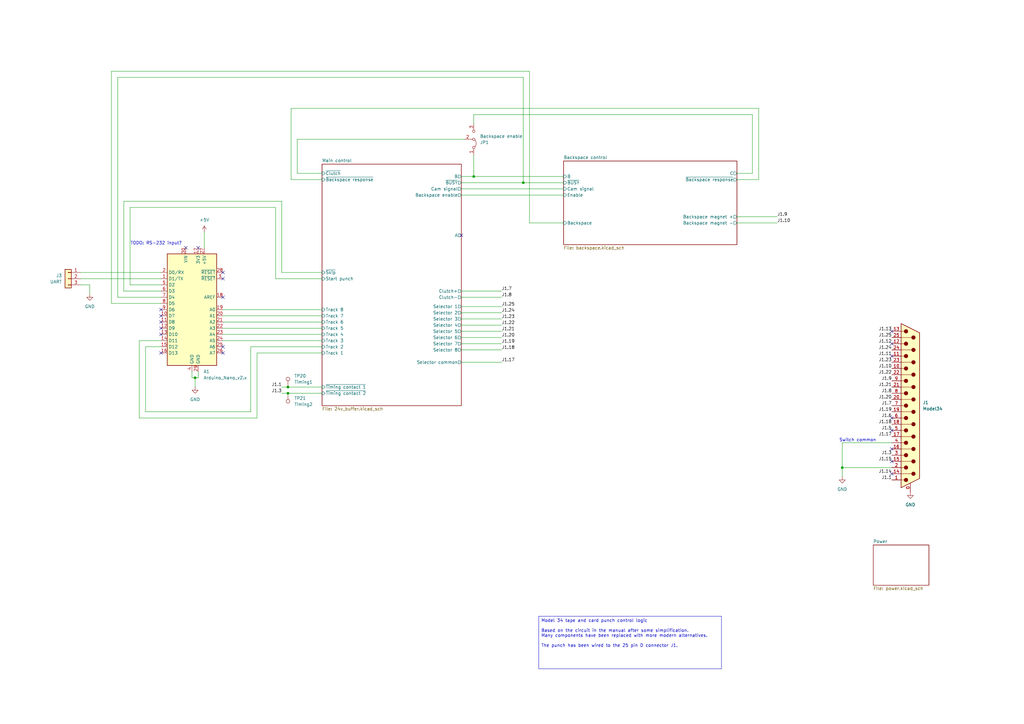
<source format=kicad_sch>
(kicad_sch (version 20231120) (generator "eeschema") (generator_version "8.0")
  (paper "A3")
  (title_block (title "Model 34 tape punch control") (date "2025-04-24") (rev "2.0") (company "Helsinki Hacklab Ry") (comment 1 "Vesa-Pekka Palmu") (comment 2 "License: CERN-OHL-P"))
  (lib_symbols
    (symbol "Connector:DB25_Plug_MountingHoles" (pin_names (offset 1.016) hide)
      (property "Reference" "J" (at 0 36.83 0))
      (property "Value" "DB25_Plug_MountingHoles" (at 0 34.925 0))
      (symbol "DB25_Plug_MountingHoles_0_1"
        (circle (center -1.778 -30.48) (radius 0.762) (fill (type outline)))
        (circle (center -1.778 -25.4) (radius 0.762) (fill (type outline)))
        (circle (center -1.778 -20.32) (radius 0.762) (fill (type outline)))
        (circle (center -1.778 -15.24) (radius 0.762) (fill (type outline)))
        (circle (center -1.778 -10.16) (radius 0.762) (fill (type outline)))
        (circle (center -1.778 -5.08) (radius 0.762) (fill (type outline)))
        (circle (center -1.778 0) (radius 0.762) (fill (type outline)))
        (circle (center -1.778 5.08) (radius 0.762) (fill (type outline)))
        (circle (center -1.778 10.16) (radius 0.762) (fill (type outline)))
        (circle (center -1.778 15.24) (radius 0.762) (fill (type outline)))
        (circle (center -1.778 20.32) (radius 0.762) (fill (type outline)))
        (circle (center -1.778 25.4) (radius 0.762) (fill (type outline)))
        (circle (center -1.778 30.48) (radius 0.762) (fill (type outline)))
        (polyline (pts (xy -3.81 -30.48) (xy -2.54 -30.48)))
        (polyline (pts (xy -3.81 -27.94) (xy 0.508 -27.94)))
        (polyline (pts (xy -3.81 -25.4) (xy -2.54 -25.4)))
        (polyline (pts (xy -3.81 -22.86) (xy 0.508 -22.86)))
        (polyline (pts (xy -3.81 -20.32) (xy -2.54 -20.32)))
        (polyline (pts (xy -3.81 -17.78) (xy 0.508 -17.78)))
        (polyline (pts (xy -3.81 -15.24) (xy -2.54 -15.24)))
        (polyline (pts (xy -3.81 -12.7) (xy 0.508 -12.7)))
        (polyline (pts (xy -3.81 -10.16) (xy -2.54 -10.16)))
        (polyline (pts (xy -3.81 -7.62) (xy 0.508 -7.62)))
        (polyline (pts (xy -3.81 -5.08) (xy -2.54 -5.08)))
        (polyline (pts (xy -3.81 -2.54) (xy 0.508 -2.54)))
        (polyline (pts (xy -3.81 0) (xy -2.54 0)))
        (polyline (pts (xy -3.81 2.54) (xy 0.508 2.54)))
        (polyline (pts (xy -3.81 5.08) (xy -2.54 5.08)))
        (polyline (pts (xy -3.81 7.62) (xy 0.508 7.62)))
        (polyline (pts (xy -3.81 10.16) (xy -2.54 10.16)))
        (polyline (pts (xy -3.81 12.7) (xy 0.508 12.7)))
        (polyline (pts (xy -3.81 15.24) (xy -2.54 15.24)))
        (polyline (pts (xy -3.81 17.78) (xy 0.508 17.78)))
        (polyline (pts (xy -3.81 20.32) (xy -2.54 20.32)))
        (polyline (pts (xy -3.81 22.86) (xy 0.508 22.86)))
        (polyline (pts (xy -3.81 25.4) (xy -2.54 25.4)))
        (polyline (pts (xy -3.81 27.94) (xy 0.508 27.94)))
        (polyline (pts (xy -3.81 30.48) (xy -2.54 30.48)))
        (polyline (pts (xy -3.81 -33.655) (xy 3.81 -29.845) (xy 3.81 29.845) (xy -3.81 33.655) (xy -3.81 -33.655)) (stroke (width 0.254)) (fill (type background)))
        (circle (center 1.27 -27.94) (radius 0.762) (fill (type outline)))
        (circle (center 1.27 -22.86) (radius 0.762) (fill (type outline)))
        (circle (center 1.27 -17.78) (radius 0.762) (fill (type outline)))
        (circle (center 1.27 -12.7) (radius 0.762) (fill (type outline)))
        (circle (center 1.27 -7.62) (radius 0.762) (fill (type outline)))
        (circle (center 1.27 -2.54) (radius 0.762) (fill (type outline)))
        (circle (center 1.27 2.54) (radius 0.762) (fill (type outline)))
        (circle (center 1.27 7.62) (radius 0.762) (fill (type outline)))
        (circle (center 1.27 12.7) (radius 0.762) (fill (type outline)))
        (circle (center 1.27 17.78) (radius 0.762) (fill (type outline)))
        (circle (center 1.27 22.86) (radius 0.762) (fill (type outline)))
        (circle (center 1.27 27.94) (radius 0.762) (fill (type outline)))
      )
      (symbol "DB25_Plug_MountingHoles_1_1"
        (pin passive line (at 0 -35.56 90) (length 3.81) (name "PAD") (number "0"))
        (pin passive line (at -7.62 -30.48 0) (length 3.81) (name "1") (number "1"))
        (pin passive line (at -7.62 15.24 0) (length 3.81) (name "10") (number "10"))
        (pin passive line (at -7.62 20.32 0) (length 3.81) (name "11") (number "11"))
        (pin passive line (at -7.62 25.4 0) (length 3.81) (name "12") (number "12"))
        (pin passive line (at -7.62 30.48 0) (length 3.81) (name "13") (number "13"))
        (pin passive line (at -7.62 -27.94 0) (length 3.81) (name "P14") (number "14"))
        (pin passive line (at -7.62 -22.86 0) (length 3.81) (name "P15") (number "15"))
        (pin passive line (at -7.62 -17.78 0) (length 3.81) (name "P16") (number "16"))
        (pin passive line (at -7.62 -12.7 0) (length 3.81) (name "P17") (number "17"))
        (pin passive line (at -7.62 -7.62 0) (length 3.81) (name "P18") (number "18"))
        (pin passive line (at -7.62 -2.54 0) (length 3.81) (name "P19") (number "19"))
        (pin passive line (at -7.62 -25.4 0) (length 3.81) (name "2") (number "2"))
        (pin passive line (at -7.62 2.54 0) (length 3.81) (name "P20") (number "20"))
        (pin passive line (at -7.62 7.62 0) (length 3.81) (name "P21") (number "21"))
        (pin passive line (at -7.62 12.7 0) (length 3.81) (name "P22") (number "22"))
        (pin passive line (at -7.62 17.78 0) (length 3.81) (name "P23") (number "23"))
        (pin passive line (at -7.62 22.86 0) (length 3.81) (name "P24") (number "24"))
        (pin passive line (at -7.62 27.94 0) (length 3.81) (name "P25") (number "25"))
        (pin passive line (at -7.62 -20.32 0) (length 3.81) (name "3") (number "3"))
        (pin passive line (at -7.62 -15.24 0) (length 3.81) (name "4") (number "4"))
        (pin passive line (at -7.62 -10.16 0) (length 3.81) (name "5") (number "5"))
        (pin passive line (at -7.62 -5.08 0) (length 3.81) (name "6") (number "6"))
        (pin passive line (at -7.62 0 0) (length 3.81) (name "7") (number "7"))
        (pin passive line (at -7.62 5.08 0) (length 3.81) (name "8") (number "8"))
        (pin passive line (at -7.62 10.16 0) (length 3.81) (name "9") (number "9"))
      )
    )
    (symbol "Connector:TestPoint" (pin_numbers hide) (pin_names (offset 0.762) hide)
      (property "Reference" "TP" (at 0 6.858 0))
      (property "Value" "TestPoint" (at 0 5.08 0))
      (symbol "TestPoint_0_1"
        (circle (center 0 3.302) (radius 0.762))
      )
      (symbol "TestPoint_1_1"
        (pin passive line (at 0 0 90) (length 2.54) (name "1") (number "1"))
      )
    )
    (symbol "Connector_Generic:Conn_01x03" (pin_names (offset 1.016) hide)
      (property "Reference" "J" (at 0 5.08 0))
      (property "Value" "Conn_01x03" (at 0 -5.08 0))
      (symbol "Conn_01x03_1_1"
        (rectangle (start -1.27 -2.413) (end 0 -2.667) (stroke (width 0.1524)))
        (rectangle (start -1.27 0.127) (end 0 -0.127) (stroke (width 0.1524)))
        (rectangle (start -1.27 2.667) (end 0 2.413) (stroke (width 0.1524)))
        (rectangle (start -1.27 3.81) (end 1.27 -3.81) (stroke (width 0.254)) (fill (type background)))
        (pin passive line (at -5.08 2.54 0) (length 3.81) (name "Pin_1") (number "1"))
        (pin passive line (at -5.08 0 0) (length 3.81) (name "Pin_2") (number "2"))
        (pin passive line (at -5.08 -2.54 0) (length 3.81) (name "Pin_3") (number "3"))
      )
    )
    (symbol "Jumper:Jumper_3_Bridged12" (pin_names (offset 0) hide) (exclude_from_sim yes) (in_bom no)
      (property "Reference" "JP" (at -2.54 -2.54 0))
      (property "Value" "Jumper_3_Bridged12" (at 0 2.794 0))
      (symbol "Jumper_3_Bridged12_0_0"
        (circle (center -3.302 0) (radius 0.508))
        (circle (center 0 0) (radius 0.508))
        (circle (center 3.302 0) (radius 0.508))
      )
      (symbol "Jumper_3_Bridged12_0_1"
        (arc (start -0.254 0.508) (mid -1.651 0.9912) (end -3.048 0.508))
        (polyline (pts (xy 0 -1.27) (xy 0 -0.508)))
      )
      (symbol "Jumper_3_Bridged12_1_1"
        (pin passive line (at -6.35 0 0) (length 2.54) (name "A") (number "1"))
        (pin passive line (at 0 -3.81 90) (length 2.54) (name "C") (number "2"))
        (pin passive line (at 6.35 0 180) (length 2.54) (name "B") (number "3"))
      )
    )
    (symbol "MCU_Module:Arduino_Nano_v2.x"
      (property "Reference" "A" (at -10.16 23.495 0))
      (property "Value" "Arduino_Nano_v2.x" (at 5.08 -24.13 0))
      (symbol "Arduino_Nano_v2.x_0_1"
        (rectangle (start -10.16 22.86) (end 10.16 -22.86) (stroke (width 0.254)) (fill (type background)))
      )
      (symbol "Arduino_Nano_v2.x_1_1"
        (pin bidirectional line (at -12.7 12.7 0) (length 2.54) (name "D1/TX") (number "1"))
        (pin bidirectional line (at -12.7 -2.54 0) (length 2.54) (name "D7") (number "10"))
        (pin bidirectional line (at -12.7 -5.08 0) (length 2.54) (name "D8") (number "11"))
        (pin bidirectional line (at -12.7 -7.62 0) (length 2.54) (name "D9") (number "12"))
        (pin bidirectional line (at -12.7 -10.16 0) (length 2.54) (name "D10") (number "13"))
        (pin bidirectional line (at -12.7 -12.7 0) (length 2.54) (name "D11") (number "14"))
        (pin bidirectional line (at -12.7 -15.24 0) (length 2.54) (name "D12") (number "15"))
        (pin bidirectional line (at -12.7 -17.78 0) (length 2.54) (name "D13") (number "16"))
        (pin power_out line (at 2.54 25.4 270) (length 2.54) (name "3V3") (number "17"))
        (pin input line (at 12.7 5.08 180) (length 2.54) (name "AREF") (number "18"))
        (pin bidirectional line (at 12.7 0 180) (length 2.54) (name "A0") (number "19"))
        (pin bidirectional line (at -12.7 15.24 0) (length 2.54) (name "D0/RX") (number "2"))
        (pin bidirectional line (at 12.7 -2.54 180) (length 2.54) (name "A1") (number "20"))
        (pin bidirectional line (at 12.7 -5.08 180) (length 2.54) (name "A2") (number "21"))
        (pin bidirectional line (at 12.7 -7.62 180) (length 2.54) (name "A3") (number "22"))
        (pin bidirectional line (at 12.7 -10.16 180) (length 2.54) (name "A4") (number "23"))
        (pin bidirectional line (at 12.7 -12.7 180) (length 2.54) (name "A5") (number "24"))
        (pin bidirectional line (at 12.7 -15.24 180) (length 2.54) (name "A6") (number "25"))
        (pin bidirectional line (at 12.7 -17.78 180) (length 2.54) (name "A7") (number "26"))
        (pin power_out line (at 5.08 25.4 270) (length 2.54) (name "+5V") (number "27"))
        (pin input line (at 12.7 15.24 180) (length 2.54) (name "~{RESET}") (number "28"))
        (pin power_in line (at 2.54 -25.4 90) (length 2.54) (name "GND") (number "29"))
        (pin input line (at 12.7 12.7 180) (length 2.54) (name "~{RESET}") (number "3"))
        (pin power_in line (at -2.54 25.4 270) (length 2.54) (name "VIN") (number "30"))
        (pin power_in line (at 0 -25.4 90) (length 2.54) (name "GND") (number "4"))
        (pin bidirectional line (at -12.7 10.16 0) (length 2.54) (name "D2") (number "5"))
        (pin bidirectional line (at -12.7 7.62 0) (length 2.54) (name "D3") (number "6"))
        (pin bidirectional line (at -12.7 5.08 0) (length 2.54) (name "D4") (number "7"))
        (pin bidirectional line (at -12.7 2.54 0) (length 2.54) (name "D5") (number "8"))
        (pin bidirectional line (at -12.7 0 0) (length 2.54) (name "D6") (number "9"))
      )
    )
    (symbol "power:+5V" (power) (pin_numbers hide) (pin_names (offset 0) hide)
      (property "Value" "+5V" (at 0 3.556 0))
      (symbol "+5V_0_1"
        (polyline (pts (xy -0.762 1.27) (xy 0 2.54)))
        (polyline (pts (xy 0 0) (xy 0 2.54)))
        (polyline (pts (xy 0 2.54) (xy 0.762 1.27)))
      )
      (symbol "+5V_1_1"
        (pin power_in line (at 0 0 90) (length 0) (name "~") (number "1"))
      )
    )
    (symbol "power:GND" (power) (pin_numbers hide) (pin_names (offset 0) hide)
      (property "Value" "GND" (at 0 -3.81 0))
      (symbol "GND_0_1"
        (polyline (pts (xy 0 0) (xy 0 -1.27) (xy 1.27 -1.27) (xy 0 -2.54) (xy -1.27 -1.27) (xy 0 -1.27)))
      )
      (symbol "GND_1_1"
        (pin power_in line (at 0 0 270) (length 0) (name "~") (number "1"))
      )
    )
  )
  (bus_alias "bus_control" (members "~{MREQ}" "IORQ" "~{RD}" "~{WR}" "~{WAIT}" "~{M1}" "CLK" "~{NMI}" "~{INT0}" "~{INT1}" "~{INT2}" "EXTAL" "r.~{CS}" "f.~{CS}" "f.~{WR}" "~{RESET}"))
  (bus_alias "sd" (members "sd.CLK" "sd.MOSI" "sd.MISO" "sd.~{CS}"))
  (bus_alias "uart" (members "TX_A" "RX_A" "~{CTS_A}" "~{RTS_A}" "TX_B" "RX_B"))
  (junction (at 118.11 161.29))
  (junction (at 118.11 158.75))
  (junction (at 194.31 72.39))
  (junction (at 214.63 74.93))
  (junction (at 80.01 154.94))
  (junction (at 345.44 191.77))
  (no_connect (at 189.23 96.52))
  (no_connect (at 365.76 171.45))
  (no_connect (at 91.44 144.78))
  (no_connect (at 66.04 134.62))
  (no_connect (at 91.44 121.92))
  (no_connect (at 365.76 194.31))
  (no_connect (at 76.2 101.6))
  (no_connect (at 365.76 176.53))
  (no_connect (at 365.76 189.23))
  (no_connect (at 66.04 144.78))
  (no_connect (at 365.76 184.15))
  (no_connect (at 365.76 135.89))
  (no_connect (at 66.04 127))
  (no_connect (at 91.44 114.3))
  (no_connect (at 66.04 137.16))
  (no_connect (at 91.44 111.76))
  (no_connect (at 81.28 101.6))
  (no_connect (at 91.44 142.24))
  (no_connect (at 365.76 140.97))
  (no_connect (at 66.04 129.54))
  (no_connect (at 66.04 132.08))
  (no_connect (at 365.76 146.05))
  (wire (pts (xy 214.63 74.93) (xy 231.14 74.93)))
  (wire (pts (xy 66.04 119.38) (xy 50.8 119.38)))
  (wire (pts (xy 33.02 114.3) (xy 66.04 114.3)))
  (wire (pts (xy 132.08 142.24) (xy 102.87 142.24)))
  (wire (pts (xy 113.03 85.09) (xy 53.34 85.09)))
  (wire (pts (xy 91.44 127) (xy 132.08 127)))
  (wire (pts (xy 189.23 128.27) (xy 205.74 128.27)))
  (wire (pts (xy 91.44 129.54) (xy 132.08 129.54)))
  (wire (pts (xy 189.23 135.89) (xy 205.74 135.89)))
  (wire (pts (xy 308.61 46.99) (xy 194.31 46.99)))
  (wire (pts (xy 80.01 154.94) (xy 80.01 158.75)))
  (wire (pts (xy 115.57 161.29) (xy 118.11 161.29)))
  (wire (pts (xy 59.69 142.24) (xy 66.04 142.24)))
  (wire (pts (xy 189.23 148.59) (xy 205.74 148.59)))
  (wire (pts (xy 57.15 139.7) (xy 66.04 139.7)))
  (wire (pts (xy 189.23 72.39) (xy 194.31 72.39)))
  (wire (pts (xy 365.76 181.61) (xy 345.44 181.61)))
  (wire (pts (xy 345.44 181.61) (xy 345.44 191.77)))
  (wire (pts (xy 311.15 44.45) (xy 119.38 44.45)))
  (wire (pts (xy 118.11 161.29) (xy 132.08 161.29)))
  (wire (pts (xy 91.44 139.7) (xy 132.08 139.7)))
  (wire (pts (xy 189.23 140.97) (xy 205.74 140.97)))
  (wire (pts (xy 189.23 143.51) (xy 205.74 143.51)))
  (wire (pts (xy 50.8 82.55) (xy 115.57 82.55)))
  (wire (pts (xy 102.87 168.91) (xy 59.69 168.91)))
  (wire (pts (xy 302.26 73.66) (xy 311.15 73.66)))
  (wire (pts (xy 91.44 132.08) (xy 132.08 132.08)))
  (wire (pts (xy 189.23 77.47) (xy 231.14 77.47)))
  (wire (pts (xy 365.76 191.77) (xy 345.44 191.77)))
  (wire (pts (xy 53.34 116.84) (xy 66.04 116.84)))
  (wire (pts (xy 217.17 91.44) (xy 217.17 29.21)))
  (wire (pts (xy 214.63 31.75) (xy 48.26 31.75)))
  (wire (pts (xy 189.23 130.81) (xy 205.74 130.81)))
  (wire (pts (xy 45.72 29.21) (xy 45.72 124.46)))
  (wire (pts (xy 189.23 119.38) (xy 205.74 119.38)))
  (wire (pts (xy 302.26 71.12) (xy 308.61 71.12)))
  (wire (pts (xy 50.8 119.38) (xy 50.8 82.55)))
  (wire (pts (xy 115.57 158.75) (xy 118.11 158.75)))
  (wire (pts (xy 78.74 154.94) (xy 78.74 152.4)))
  (wire (pts (xy 48.26 31.75) (xy 48.26 121.92)))
  (wire (pts (xy 81.28 154.94) (xy 81.28 152.4)))
  (wire (pts (xy 194.31 63.5) (xy 194.31 72.39)))
  (wire (pts (xy 45.72 124.46) (xy 66.04 124.46)))
  (wire (pts (xy 113.03 114.3) (xy 113.03 85.09)))
  (wire (pts (xy 91.44 134.62) (xy 132.08 134.62)))
  (wire (pts (xy 66.04 121.92) (xy 48.26 121.92)))
  (wire (pts (xy 231.14 91.44) (xy 217.17 91.44)))
  (wire (pts (xy 132.08 111.76) (xy 115.57 111.76)))
  (wire (pts (xy 105.41 171.45) (xy 57.15 171.45)))
  (wire (pts (xy 83.82 95.25) (xy 83.82 101.6)))
  (wire (pts (xy 189.23 74.93) (xy 214.63 74.93)))
  (wire (pts (xy 118.11 158.75) (xy 132.08 158.75)))
  (wire (pts (xy 217.17 29.21) (xy 45.72 29.21)))
  (wire (pts (xy 59.69 168.91) (xy 59.69 142.24)))
  (wire (pts (xy 102.87 142.24) (xy 102.87 168.91)))
  (wire (pts (xy 189.23 80.01) (xy 231.14 80.01)))
  (wire (pts (xy 132.08 144.78) (xy 105.41 144.78)))
  (wire (pts (xy 121.92 57.15) (xy 190.5 57.15)))
  (wire (pts (xy 189.23 121.92) (xy 205.74 121.92)))
  (wire (pts (xy 115.57 111.76) (xy 115.57 82.55)))
  (wire (pts (xy 194.31 46.99) (xy 194.31 50.8)))
  (wire (pts (xy 194.31 72.39) (xy 231.14 72.39)))
  (wire (pts (xy 302.26 91.44) (xy 318.77 91.44)))
  (wire (pts (xy 189.23 138.43) (xy 205.74 138.43)))
  (wire (pts (xy 57.15 171.45) (xy 57.15 139.7)))
  (wire (pts (xy 53.34 85.09) (xy 53.34 116.84)))
  (wire (pts (xy 36.83 116.84) (xy 36.83 120.65)))
  (wire (pts (xy 80.01 154.94) (xy 81.28 154.94)))
  (wire (pts (xy 189.23 125.73) (xy 205.74 125.73)))
  (wire (pts (xy 105.41 144.78) (xy 105.41 171.45)))
  (wire (pts (xy 119.38 44.45) (xy 119.38 73.66)))
  (wire (pts (xy 33.02 116.84) (xy 36.83 116.84)))
  (wire (pts (xy 91.44 137.16) (xy 132.08 137.16)))
  (wire (pts (xy 308.61 71.12) (xy 308.61 46.99)))
  (wire (pts (xy 345.44 191.77) (xy 345.44 195.58)))
  (wire (pts (xy 189.23 133.35) (xy 205.74 133.35)))
  (wire (pts (xy 33.02 111.76) (xy 66.04 111.76)))
  (wire (pts (xy 132.08 114.3) (xy 113.03 114.3)))
  (wire (pts (xy 78.74 154.94) (xy 80.01 154.94)))
  (wire (pts (xy 214.63 74.93) (xy 214.63 31.75)))
  (wire (pts (xy 302.26 88.9) (xy 318.77 88.9)))
  (wire (pts (xy 121.92 57.15) (xy 121.92 71.12)))
  (wire (pts (xy 119.38 73.66) (xy 132.08 73.66)))
  (wire (pts (xy 121.92 71.12) (xy 132.08 71.12)))
  (wire (pts (xy 311.15 73.66) (xy 311.15 44.45)))
  (text_box "Model 34 tape and card punch control logic\n\nBased on the circuit in the manual after some simplification.\nMany components have been replaced with more modern alternatives.\n\nThe punch has been wired to the 25 pin D connector J1." (at 220.98 252.73 0) (size 74.93 21.59) (effects (font (size 1.27 1.27)) (justify left top)))
  (text "TODO: RS-232 input?" (at 64.008 99.822 0) (effects (font (size 1.27 1.27))))
  (text "Switch common" (at 351.79 180.594 0) (effects (font (size 1.27 1.27))))
  (label "J1.17" (at 365.76 179.07 180))
  (label "J1.21" (at 205.74 135.89 0))
  (label "J1.20" (at 365.76 163.83 180))
  (label "J1.24" (at 205.74 128.27 0))
  (label "J1.13" (at 365.76 135.89 180))
  (label "J1.14" (at 365.76 194.31 180))
  (label "J1.9" (at 318.77 88.9 0))
  (label "J1.15" (at 365.76 189.23 180))
  (label "J1.17" (at 205.74 148.59 0))
  (label "J1.3" (at 115.57 161.29 180))
  (label "J1.20" (at 205.74 138.43 0))
  (label "J1.9" (at 365.76 156.21 180))
  (label "J1.19" (at 365.76 168.91 180))
  (label "J1.22" (at 365.76 153.67 180))
  (label "J1.7" (at 205.74 119.38 0))
  (label "J1.22" (at 205.74 133.35 0))
  (label "J1.23" (at 205.74 130.81 0))
  (label "J1.10" (at 318.77 91.44 0))
  (label "J1.25" (at 365.76 138.43 180))
  (label "J1.10" (at 365.76 151.13 180))
  (label "J1.6" (at 365.76 171.45 180))
  (label "J1.19" (at 205.74 140.97 0))
  (label "J1.23" (at 365.76 148.59 180))
  (label "J1.8" (at 205.74 121.92 0))
  (label "J1.1" (at 365.76 196.85 180))
  (label "J1.5" (at 365.76 176.53 180))
  (label "J1.24" (at 365.76 143.51 180))
  (label "J1.25" (at 205.74 125.73 0))
  (label "J1.8" (at 365.76 161.29 180))
  (label "J1.18" (at 365.76 173.99 180))
  (label "J1.1" (at 115.57 158.75 180))
  (label "J1.12" (at 365.76 140.97 180))
  (label "J1.3" (at 365.76 186.69 180))
  (label "J1.21" (at 365.76 158.75 180))
  (label "J1.7" (at 365.76 166.37 180))
  (label "J1.18" (at 205.74 143.51 0))
  (label "J1.11" (at 365.76 146.05 180))
  (symbol (lib_id "power:GND") (at 345.44 195.58 0) (unit 1)
    (property "Reference" "#PWR013" (effects (hide yes)))
    (property "Value" "GND" (at 345.44 200.66 0))
    (property "Description" "Power symbol creates a global label with name \"GND\" , ground" (effects (hide yes)))
  )
  (symbol (lib_id "power:GND") (at 373.38 201.93 0) (unit 1)
    (property "Reference" "#PWR09" (effects (hide yes)))
    (property "Value" "GND" (at 373.38 207.01 0))
    (property "Description" "Power symbol creates a global label with name \"GND\" , ground" (effects (hide yes)))
  )
  (symbol (lib_id "power:GND") (at 36.83 120.65 0) (unit 1)
    (property "Reference" "#PWR010" (effects (hide yes)))
    (property "Value" "GND" (at 36.83 125.73 0))
    (property "Description" "Power symbol creates a global label with name \"GND\" , ground" (effects (hide yes)))
  )
  (symbol (lib_id "Connector_Generic:Conn_01x03") (at 27.94 114.3 0) (mirror y) (unit 1)
    (property "Reference" "J3" (at 25.4 113.0299 0) (effects (justify left)))
    (property "Value" "UART" (at 25.4 115.5699 0) (effects (justify left)))
    (property "Footprint" "Connector_PinHeader_2.54mm:PinHeader_1x03_P2.54mm_Vertical" (effects (hide yes)))
    (property "Description" "Generic connector, single row, 01x03, script generated (kicad-library-utils/schlib/autogen/connector/)" (effects (hide yes)))
  )
  (symbol (lib_id "Jumper:Jumper_3_Bridged12") (at 194.31 57.15 270) (mirror x) (unit 1) (exclude_from_sim yes) (in_bom no)
    (property "Reference" "JP1" (at 196.85 58.4201 90) (effects (justify left)))
    (property "Value" "Backspace enable" (at 196.85 55.8801 90) (effects (justify left)))
    (property "Footprint" "Connector_PinHeader_2.54mm:PinHeader_1x03_P2.54mm_Vertical" (effects (hide yes)))
    (property "Description" "Jumper, 3-pole, pins 1+2 closed/bridged" (effects (hide yes)))
  )
  (symbol (lib_id "power:GND") (at 80.01 158.75 0) (unit 1)
    (property "Reference" "#PWR065" (effects (hide yes)))
    (property "Value" "GND" (at 80.01 163.83 0))
    (property "Description" "Power symbol creates a global label with name \"GND\" , ground" (effects (hide yes)))
  )
  (symbol (lib_id "MCU_Module:Arduino_Nano_v2.x") (at 78.74 127 0) (unit 1)
    (property "Reference" "A1" (at 83.4741 152.4 0) (effects (justify left)))
    (property "Value" "Arduino_Nano_v2.x" (at 83.4741 154.94 0) (effects (justify left)))
    (property "Footprint" "Module:Arduino_Nano" (effects (hide yes)))
    (property "Datasheet" "https://www.arduino.cc/en/uploads/Main/ArduinoNanoManual23.pdf" (effects (hide yes)))
    (property "Description" "Arduino Nano v2.x" (effects (hide yes)))
  )
  (symbol (lib_id "Connector:TestPoint") (at 118.11 158.75 0) (unit 1)
    (property "Reference" "TP20" (at 120.65 154.1779 0) (effects (justify left)))
    (property "Value" "Timing1" (at 120.65 156.7179 0) (effects (justify left)))
    (property "Footprint" "TestPoint:TestPoint_Loop_D2.54mm_Drill1.5mm_Beaded" (effects (hide yes)))
    (property "Description" "test point" (effects (hide yes)))
  )
  (symbol (lib_id "Connector:DB25_Plug_MountingHoles") (at 373.38 166.37 0) (unit 1)
    (property "Reference" "J1" (at 378.46 165.0999 0) (effects (justify left)))
    (property "Value" "Model34" (at 378.46 167.6399 0) (effects (justify left)))
    (property "Footprint" "Connector_Dsub:DSUB-25_Female_Horizontal_P2.77x2.84mm_EdgePinOffset9.90mm_Housed_MountingHolesOffset11.32mm" (effects (hide yes)))
    (property "Description" "25-pin male plug pin D-SUB connector, Mounting Hole" (effects (hide yes)))
  )
  (symbol (lib_id "Connector:TestPoint") (at 118.11 161.29 180) (unit 1)
    (property "Reference" "TP21" (at 120.65 163.3219 0) (effects (justify right)))
    (property "Value" "Timing2" (at 120.65 165.8619 0) (effects (justify right)))
    (property "Footprint" "TestPoint:TestPoint_Loop_D2.54mm_Drill1.5mm_Beaded" (effects (hide yes)))
    (property "Description" "test point" (effects (hide yes)))
  )
  (symbol (lib_id "power:+5V") (at 83.82 95.25 0) (unit 1)
    (property "Reference" "#PWR066" (effects (hide yes)))
    (property "Value" "+5V" (at 83.82 90.17 0))
    (property "Description" "Power symbol creates a global label with name \"+5V\"" (effects (hide yes)))
  )
  (sheet (at 231.14 66.04) (size 71.12 34.29) (stroke (width 0.1524))
    (property "Sheetname" "Backspace control" (at 231.14 65.3284 0) (effects (justify left bottom)))
    (property "Sheetfile" "backspace.kicad_sch" (at 231.14 100.9146 0) (effects (justify left top)))
    (pin "C" output (at 302.26 71.12 0))
    (pin "Backspace magnet +" output (at 302.26 88.9 0))
    (pin "Backspace magnet -" output (at 302.26 91.44 0))
    (pin "B" input (at 231.14 72.39 180))
    (pin "Enable" input (at 231.14 80.01 180))
    (pin "Cam signal" input (at 231.14 77.47 180))
    (pin "~{BUSY}" input (at 231.14 74.93 180))
    (pin "~{Backspace response}" output (at 302.26 73.66 0))
    (pin "Backspace" input (at 231.14 91.44 180))
  )
  (sheet (at 358.14 223.52) (size 22.86 16.51) (stroke (width 0.1524))
    (property "Sheetname" "Power" (at 358.14 222.8084 0) (effects (justify left bottom)))
    (property "Sheetfile" "power.kicad_sch" (at 358.14 240.6146 0) (effects (justify left top)))
  )
  (sheet (at 132.08 67.31) (size 57.15 99.06) (stroke (width 0.1524))
    (property "Sheetname" "Main control" (at 132.08 66.5984 0) (effects (justify left bottom)))
    (property "Sheetfile" "24v_buffer.kicad_sch" (at 132.08 166.9546 0) (effects (justify left top)))
    (pin "Track 4" input (at 132.08 137.16 180))
    (pin "Track 5" input (at 132.08 134.62 180))
    (pin "Track 1" input (at 132.08 144.78 180))
    (pin "Track 2" input (at 132.08 142.24 180))
    (pin "Track 3" input (at 132.08 139.7 180))
    (pin "Track 8" input (at 132.08 127 180))
    (pin "Track 6" input (at 132.08 132.08 180))
    (pin "Track 7" input (at 132.08 129.54 180))
    (pin "Clutch+" output (at 189.23 119.38 0))
    (pin "Clutch-" output (at 189.23 121.92 0))
    (pin "A" output (at 189.23 96.52 0))
    (pin "B" output (at 189.23 72.39 0))
    (pin "Cam signal" output (at 189.23 77.47 0))
    (pin "Backspace enable" output (at 189.23 80.01 0))
    (pin "Selector 4" output (at 189.23 133.35 0))
    (pin "Selector 8" output (at 189.23 143.51 0))
    (pin "Selector 6" output (at 189.23 138.43 0))
    (pin "Selector 7" output (at 189.23 140.97 0))
    (pin "Selector 5" output (at 189.23 135.89 0))
    (pin "Selector 3" output (at 189.23 130.81 0))
    (pin "Selector 2" output (at 189.23 128.27 0))
    (pin "Selector common" output (at 189.23 148.59 0))
    (pin "Selector 1" output (at 189.23 125.73 0))
    (pin "Start punch" input (at 132.08 114.3 180))
    (pin "~{BUSY}" output (at 189.23 74.93 0))
    (pin "~{Skip}" input (at 132.08 111.76 180))
    (pin "~{Backspace response}" input (at 132.08 73.66 180))
    (pin "~{Clutch}" input (at 132.08 71.12 180))
    (pin "~{Timing contact 1}" input (at 132.08 158.75 180))
    (pin "~{Timing contact 2}" input (at 132.08 161.29 180))
  )
)
</source>
